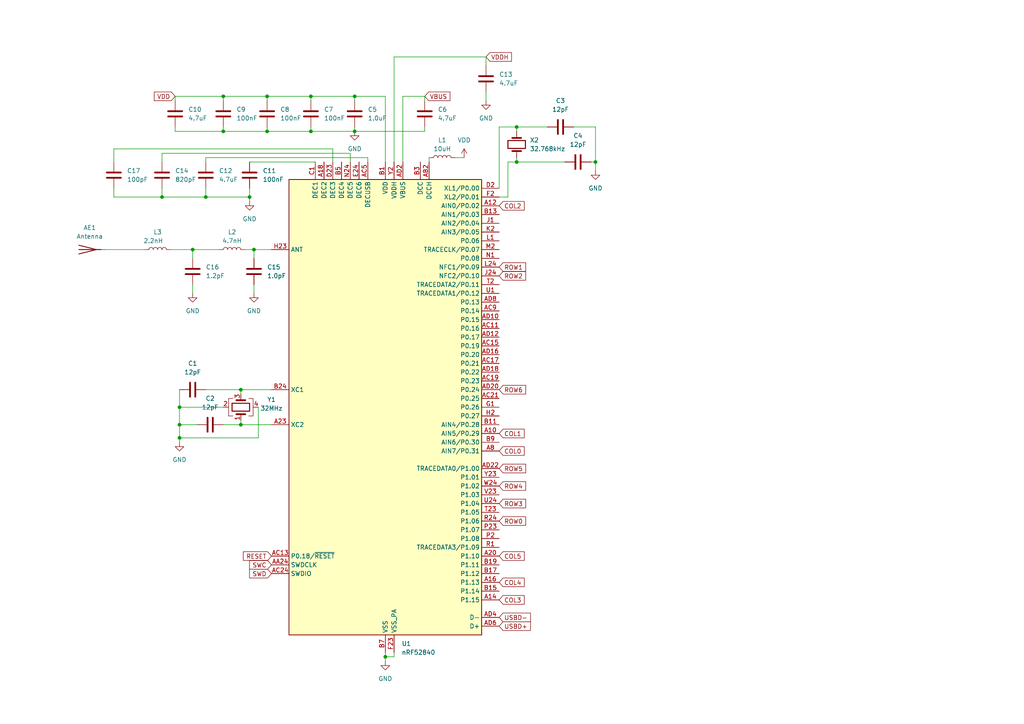
<source format=kicad_sch>
(kicad_sch (version 20230121) (generator eeschema)
  (paper "A4")
  (title_block (title "Controller") (date "2024-02-08") (rev "0"))
  (lib_symbols
    (symbol "Device:Antenna" (pin_numbers hide) (pin_names (offset 1.016) hide)
      (property "Reference" "AE" (at -1.905 1.905 0))
      (property "Value" "Antenna" (at -1.905 0 0))
      (symbol "Antenna_0_1"
        (polyline (pts (xy 0 2.54) (xy 0 -3.81)) (stroke (width 0.254)))
        (polyline (pts (xy 1.27 2.54) (xy 0 -2.54) (xy -1.27 2.54)) (stroke (width 0.254)))
      )
      (symbol "Antenna_1_1"
        (pin input line (at 0 -5.08 90) (length 2.54) (name "A") (number "1"))
      )
    )
    (symbol "Device:C" (pin_numbers hide) (pin_names (offset 0.254))
      (property "Reference" "C" (at 0.635 2.54 0))
      (property "Value" "C" (at 0.635 -2.54 0))
      (symbol "C_0_1"
        (polyline (pts (xy -2.032 -0.762) (xy 2.032 -0.762)) (stroke (width 0.508)))
        (polyline (pts (xy -2.032 0.762) (xy 2.032 0.762)) (stroke (width 0.508)))
      )
      (symbol "C_1_1"
        (pin passive line (at 0 3.81 270) (length 2.794) (name "~") (number "1"))
        (pin passive line (at 0 -3.81 90) (length 2.794) (name "~") (number "2"))
      )
    )
    (symbol "Device:Crystal" (pin_numbers hide) (pin_names (offset 1.016) hide)
      (property "Reference" "Y" (at 0 3.81 0))
      (property "Value" "Crystal" (at 0 -3.81 0))
      (symbol "Crystal_0_1"
        (rectangle (start -1.143 2.54) (end 1.143 -2.54) (stroke (width 0.3048)))
        (polyline (pts (xy -2.54 0) (xy -1.905 0)))
        (polyline (pts (xy -1.905 -1.27) (xy -1.905 1.27)) (stroke (width 0.508)))
        (polyline (pts (xy 1.905 -1.27) (xy 1.905 1.27)) (stroke (width 0.508)))
        (polyline (pts (xy 2.54 0) (xy 1.905 0)))
      )
      (symbol "Crystal_1_1"
        (pin passive line (at -3.81 0 0) (length 1.27) (name "1") (number "1"))
        (pin passive line (at 3.81 0 180) (length 1.27) (name "2") (number "2"))
      )
    )
    (symbol "Device:Crystal_GND24" (pin_names (offset 1.016) hide)
      (property "Reference" "Y" (at 3.175 5.08 0))
      (property "Value" "Crystal_GND24" (at 3.175 3.175 0))
      (symbol "Crystal_GND24_0_1"
        (rectangle (start -1.143 2.54) (end 1.143 -2.54) (stroke (width 0.3048)))
        (polyline (pts (xy -2.54 0) (xy -2.032 0)))
        (polyline (pts (xy -2.032 -1.27) (xy -2.032 1.27)) (stroke (width 0.508)))
        (polyline (pts (xy 0 -3.81) (xy 0 -3.556)))
        (polyline (pts (xy 0 3.556) (xy 0 3.81)))
        (polyline (pts (xy 2.032 -1.27) (xy 2.032 1.27)) (stroke (width 0.508)))
        (polyline (pts (xy 2.032 0) (xy 2.54 0)))
        (polyline (pts (xy -2.54 -2.286) (xy -2.54 -3.556) (xy 2.54 -3.556) (xy 2.54 -2.286)))
        (polyline (pts (xy -2.54 2.286) (xy -2.54 3.556) (xy 2.54 3.556) (xy 2.54 2.286)))
      )
      (symbol "Crystal_GND24_1_1"
        (pin passive line (at -3.81 0 0) (length 1.27) (name "1") (number "1"))
        (pin passive line (at 0 5.08 270) (length 1.27) (name "2") (number "2"))
        (pin passive line (at 3.81 0 180) (length 1.27) (name "3") (number "3"))
        (pin passive line (at 0 -5.08 90) (length 1.27) (name "4") (number "4"))
      )
    )
    (symbol "Device:L" (pin_numbers hide) (pin_names (offset 1.016) hide)
      (property "Reference" "L" (at -1.27 0 90))
      (property "Value" "L" (at 1.905 0 90))
      (symbol "L_0_1"
        (arc (start 0 -2.54) (mid 0.6323 -1.905) (end 0 -1.27))
        (arc (start 0 -1.27) (mid 0.6323 -0.635) (end 0 0))
        (arc (start 0 0) (mid 0.6323 0.635) (end 0 1.27))
        (arc (start 0 1.27) (mid 0.6323 1.905) (end 0 2.54))
      )
      (symbol "L_1_1"
        (pin passive line (at 0 3.81 270) (length 1.27) (name "1") (number "1"))
        (pin passive line (at 0 -3.81 90) (length 1.27) (name "2") (number "2"))
      )
    )
    (symbol "MCU_Nordic:nRF52840"
      (property "Reference" "U" (at 0 5.08 0))
      (property "Value" "nRF52840" (at 0 2.54 0))
      (symbol "nRF52840_0_1"
        (rectangle (start -27.94 66.04) (end 27.94 -66.04) (stroke (width 0.254)) (fill (type background)))
      )
      (symbol "nRF52840_1_1"
        (pin bidirectional line (at 33.02 -7.62 180) (length 5.08) (name "AIN5/P0.29") (number "A10"))
        (pin bidirectional line (at 33.02 58.42 180) (length 5.08) (name "AIN0/P0.02") (number "A12"))
        (pin bidirectional line (at 33.02 -55.88 180) (length 5.08) (name "P1.15") (number "A14"))
        (pin bidirectional line (at 33.02 -50.8 180) (length 5.08) (name "P1.13") (number "A16"))
        (pin passive line (at -17.78 71.12 270) (length 5.08) (name "DEC2") (number "A18"))
        (pin bidirectional line (at 33.02 -43.18 180) (length 5.08) (name "P1.10") (number "A20"))
        (pin passive line (at 0 71.12 270) (length 5.08) hide (name "VDD") (number "A22"))
        (pin input line (at -33.02 -5.08 0) (length 5.08) (name "XC2") (number "A23"))
        (pin bidirectional line (at 33.02 -12.7 180) (length 5.08) (name "AIN7/P0.31") (number "A8"))
        (pin input line (at -33.02 -45.72 0) (length 5.08) (name "SWDCLK") (number "AA24"))
        (pin power_out line (at 12.7 71.12 270) (length 5.08) (name "DCCH") (number "AB2"))
        (pin bidirectional line (at 33.02 22.86 180) (length 5.08) (name "P0.16") (number "AC11"))
        (pin bidirectional line (at -33.02 -43.18 0) (length 5.08) (name "P0.18/~{RESET}") (number "AC13"))
        (pin bidirectional line (at 33.02 17.78 180) (length 5.08) (name "P0.19") (number "AC15"))
        (pin bidirectional line (at 33.02 12.7 180) (length 5.08) (name "P0.21") (number "AC17"))
        (pin bidirectional line (at 33.02 7.62 180) (length 5.08) (name "P0.23") (number "AC19"))
        (pin bidirectional line (at 33.02 2.54 180) (length 5.08) (name "P0.25") (number "AC21"))
        (pin bidirectional line (at -33.02 -48.26 0) (length 5.08) (name "SWDIO") (number "AC24"))
        (pin passive line (at -5.08 71.12 270) (length 5.08) (name "DECUSB") (number "AC5"))
        (pin bidirectional line (at 33.02 27.94 180) (length 5.08) (name "P0.14") (number "AC9"))
        (pin bidirectional line (at 33.02 25.4 180) (length 5.08) (name "P0.15") (number "AD10"))
        (pin bidirectional line (at 33.02 20.32 180) (length 5.08) (name "P0.17") (number "AD12"))
        (pin passive line (at 0 71.12 270) (length 5.08) hide (name "VDD") (number "AD14"))
        (pin bidirectional line (at 33.02 15.24 180) (length 5.08) (name "P0.20") (number "AD16"))
        (pin bidirectional line (at 33.02 10.16 180) (length 5.08) (name "P0.22") (number "AD18"))
        (pin power_in line (at 5.08 71.12 270) (length 5.08) (name "VBUS") (number "AD2"))
        (pin bidirectional line (at 33.02 5.08 180) (length 5.08) (name "P0.24") (number "AD20"))
        (pin bidirectional line (at 33.02 -17.78 180) (length 5.08) (name "TRACEDATA0/P1.00") (number "AD22"))
        (pin passive line (at 0 71.12 270) (length 5.08) hide (name "VDD") (number "AD23"))
        (pin bidirectional line (at 33.02 -60.96 180) (length 5.08) (name "D-") (number "AD4"))
        (pin bidirectional line (at 33.02 -63.5 180) (length 5.08) (name "D+") (number "AD6"))
        (pin bidirectional line (at 33.02 30.48 180) (length 5.08) (name "P0.13") (number "AD8"))
        (pin power_in line (at 0 71.12 270) (length 5.08) (name "VDD") (number "B1"))
        (pin bidirectional line (at 33.02 -5.08 180) (length 5.08) (name "AIN4/P0.28") (number "B11"))
        (pin bidirectional line (at 33.02 55.88 180) (length 5.08) (name "AIN1/P0.03") (number "B13"))
        (pin bidirectional line (at 33.02 -53.34 180) (length 5.08) (name "P1.14") (number "B15"))
        (pin bidirectional line (at 33.02 -48.26 180) (length 5.08) (name "P1.12") (number "B17"))
        (pin bidirectional line (at 33.02 -45.72 180) (length 5.08) (name "P1.11") (number "B19"))
        (pin input line (at -33.02 5.08 0) (length 5.08) (name "XC1") (number "B24"))
        (pin power_out line (at 10.16 71.12 270) (length 5.08) (name "DCC") (number "B3"))
        (pin passive line (at -12.7 71.12 270) (length 5.08) (name "DEC4") (number "B5"))
        (pin power_in line (at 0 -71.12 90) (length 5.08) (name "VSS") (number "B7"))
        (pin bidirectional line (at 33.02 -10.16 180) (length 5.08) (name "AIN6/P0.30") (number "B9"))
        (pin passive line (at -20.32 71.12 270) (length 5.08) (name "DEC1") (number "C1"))
        (pin bidirectional line (at 33.02 63.5 180) (length 5.08) (name "XL1/P0.00") (number "D2"))
        (pin passive line (at -15.24 71.12 270) (length 5.08) (name "DEC3") (number "D23"))
        (pin passive line (at -7.62 71.12 270) (length 5.08) (name "DEC6") (number "E24"))
        (pin passive line (at 0 -71.12 90) (length 5.08) hide (name "VSS") (number "EP"))
        (pin bidirectional line (at 33.02 60.96 180) (length 5.08) (name "XL2/P0.01") (number "F2"))
        (pin power_in line (at 2.54 -71.12 90) (length 5.08) (name "VSS_PA") (number "F23"))
        (pin bidirectional line (at 33.02 0 180) (length 5.08) (name "P0.26") (number "G1"))
        (pin bidirectional line (at 33.02 -2.54 180) (length 5.08) (name "P0.27") (number "H2"))
        (pin passive line (at -33.02 45.72 0) (length 5.08) (name "ANT") (number "H23"))
        (pin bidirectional line (at 33.02 53.34 180) (length 5.08) (name "AIN2/P0.04") (number "J1"))
        (pin bidirectional line (at 33.02 38.1 180) (length 5.08) (name "NFC2/P0.10") (number "J24"))
        (pin bidirectional line (at 33.02 50.8 180) (length 5.08) (name "AIN3/P0.05") (number "K2"))
        (pin bidirectional line (at 33.02 48.26 180) (length 5.08) (name "P0.06") (number "L1"))
        (pin bidirectional line (at 33.02 40.64 180) (length 5.08) (name "NFC1/P0.09") (number "L24"))
        (pin bidirectional line (at 33.02 45.72 180) (length 5.08) (name "TRACECLK/P0.07") (number "M2"))
        (pin bidirectional line (at 33.02 43.18 180) (length 5.08) (name "P0.08") (number "N1"))
        (pin passive line (at -10.16 71.12 270) (length 5.08) (name "DEC5") (number "N24"))
        (pin bidirectional line (at 33.02 -38.1 180) (length 5.08) (name "P1.08") (number "P2"))
        (pin bidirectional line (at 33.02 -35.56 180) (length 5.08) (name "P1.07") (number "P23"))
        (pin bidirectional line (at 33.02 -40.64 180) (length 5.08) (name "TRACEDATA3/P1.09") (number "R1"))
        (pin bidirectional line (at 33.02 -33.02 180) (length 5.08) (name "P1.06") (number "R24"))
        (pin bidirectional line (at 33.02 35.56 180) (length 5.08) (name "TRACEDATA2/P0.11") (number "T2"))
        (pin bidirectional line (at 33.02 -30.48 180) (length 5.08) (name "P1.05") (number "T23"))
        (pin bidirectional line (at 33.02 33.02 180) (length 5.08) (name "TRACEDATA1/P0.12") (number "U1"))
        (pin bidirectional line (at 33.02 -27.94 180) (length 5.08) (name "P1.04") (number "U24"))
        (pin bidirectional line (at 33.02 -25.4 180) (length 5.08) (name "P1.03") (number "V23"))
        (pin passive line (at 0 71.12 270) (length 5.08) hide (name "VDD") (number "W1"))
        (pin bidirectional line (at 33.02 -22.86 180) (length 5.08) (name "P1.02") (number "W24"))
        (pin power_in line (at 2.54 71.12 270) (length 5.08) (name "VDDH") (number "Y2"))
        (pin bidirectional line (at 33.02 -20.32 180) (length 5.08) (name "P1.01") (number "Y23"))
      )
    )
    (symbol "power:GND" (power) (pin_names (offset 0))
      (property "Value" "GND" (at 0 -3.81 0))
      (symbol "GND_0_1"
        (polyline (pts (xy 0 0) (xy 0 -1.27) (xy 1.27 -1.27) (xy 0 -2.54) (xy -1.27 -1.27) (xy 0 -1.27)))
      )
      (symbol "GND_1_1"
        (pin power_in line (at 0 0 270) (length 0) hide (name "GND") (number "1"))
      )
    )
    (symbol "power:VDD" (power) (pin_names (offset 0))
      (property "Value" "VDD" (at 0 3.81 0))
      (symbol "VDD_0_1"
        (polyline (pts (xy -0.762 1.27) (xy 0 2.54)))
        (polyline (pts (xy 0 0) (xy 0 2.54)))
        (polyline (pts (xy 0 2.54) (xy 0.762 1.27)))
      )
      (symbol "VDD_1_1"
        (pin power_in line (at 0 0 90) (length 0) hide (name "VDD") (number "1"))
      )
    )
  )
  (junction (at 64.77 27.94))
  (junction (at 102.87 38.1))
  (junction (at 52.07 123.19))
  (junction (at 59.69 57.15))
  (junction (at 111.76 190.5))
  (junction (at 172.72 46.99))
  (junction (at 73.66 72.39))
  (junction (at 69.85 113.03))
  (junction (at 52.07 127))
  (junction (at 149.86 36.83))
  (junction (at 46.99 57.15))
  (junction (at 77.47 38.1))
  (junction (at 55.88 72.39))
  (junction (at 69.85 123.19))
  (junction (at 72.39 57.15))
  (junction (at 90.17 27.94))
  (junction (at 102.87 27.94))
  (junction (at 149.86 46.99))
  (junction (at 90.17 38.1))
  (junction (at 64.77 38.1))
  (junction (at 77.47 27.94))
  (junction (at 52.07 118.11))
  (wire (pts (xy 90.17 27.94) (xy 90.17 29.21)))
  (wire (pts (xy 96.52 46.99) (xy 96.52 43.18)))
  (wire (pts (xy 50.8 36.83) (xy 50.8 38.1)))
  (wire (pts (xy 59.69 57.15) (xy 72.39 57.15)))
  (wire (pts (xy 49.53 72.39) (xy 55.88 72.39)))
  (wire (pts (xy 69.85 113.03) (xy 78.74 113.03)))
  (wire (pts (xy 55.88 72.39) (xy 55.88 74.93)))
  (wire (pts (xy 102.87 38.1) (xy 102.87 36.83)))
  (wire (pts (xy 124.46 45.72) (xy 124.46 46.99)))
  (wire (pts (xy 149.86 45.72) (xy 149.86 46.99)))
  (wire (pts (xy 33.02 43.18) (xy 33.02 46.99)))
  (wire (pts (xy 144.78 54.61) (xy 144.78 36.83)))
  (wire (pts (xy 102.87 27.94) (xy 102.87 29.21)))
  (wire (pts (xy 91.44 46.99) (xy 72.39 46.99)))
  (wire (pts (xy 96.52 43.18) (xy 33.02 43.18)))
  (wire (pts (xy 50.8 29.21) (xy 50.8 27.94)))
  (wire (pts (xy 50.8 38.1) (xy 64.77 38.1)))
  (wire (pts (xy 111.76 189.23) (xy 111.76 190.5)))
  (wire (pts (xy 149.86 46.99) (xy 163.83 46.99)))
  (wire (pts (xy 64.77 27.94) (xy 77.47 27.94)))
  (wire (pts (xy 59.69 54.61) (xy 59.69 57.15)))
  (wire (pts (xy 114.3 46.99) (xy 114.3 16.51)))
  (wire (pts (xy 111.76 27.94) (xy 111.76 46.99)))
  (wire (pts (xy 30.48 72.39) (xy 41.91 72.39)))
  (wire (pts (xy 90.17 27.94) (xy 102.87 27.94)))
  (wire (pts (xy 77.47 36.83) (xy 77.47 38.1)))
  (wire (pts (xy 123.19 38.1) (xy 123.19 36.83)))
  (wire (pts (xy 52.07 118.11) (xy 52.07 123.19)))
  (wire (pts (xy 52.07 118.11) (xy 64.77 118.11)))
  (wire (pts (xy 101.6 46.99) (xy 101.6 44.45)))
  (wire (pts (xy 102.87 38.1) (xy 123.19 38.1)))
  (wire (pts (xy 111.76 190.5) (xy 111.76 191.77)))
  (wire (pts (xy 59.69 45.72) (xy 59.69 46.99)))
  (wire (pts (xy 77.47 27.94) (xy 77.47 29.21)))
  (wire (pts (xy 55.88 72.39) (xy 63.5 72.39)))
  (wire (pts (xy 140.97 26.67) (xy 140.97 29.21)))
  (wire (pts (xy 90.17 38.1) (xy 102.87 38.1)))
  (wire (pts (xy 74.93 127) (xy 74.93 118.11)))
  (wire (pts (xy 64.77 36.83) (xy 64.77 38.1)))
  (wire (pts (xy 33.02 57.15) (xy 46.99 57.15)))
  (wire (pts (xy 144.78 36.83) (xy 149.86 36.83)))
  (wire (pts (xy 73.66 82.55) (xy 73.66 85.09)))
  (wire (pts (xy 123.19 27.94) (xy 123.19 29.21)))
  (wire (pts (xy 46.99 54.61) (xy 46.99 57.15)))
  (wire (pts (xy 172.72 46.99) (xy 172.72 49.53)))
  (wire (pts (xy 106.68 45.72) (xy 59.69 45.72)))
  (wire (pts (xy 172.72 36.83) (xy 172.72 46.99)))
  (wire (pts (xy 46.99 57.15) (xy 59.69 57.15)))
  (wire (pts (xy 147.32 57.15) (xy 147.32 46.99)))
  (wire (pts (xy 77.47 27.94) (xy 90.17 27.94)))
  (wire (pts (xy 114.3 190.5) (xy 111.76 190.5)))
  (wire (pts (xy 52.07 127) (xy 74.93 127)))
  (wire (pts (xy 46.99 44.45) (xy 46.99 46.99)))
  (wire (pts (xy 73.66 72.39) (xy 73.66 74.93)))
  (wire (pts (xy 69.85 113.03) (xy 69.85 114.3)))
  (wire (pts (xy 171.45 46.99) (xy 172.72 46.99)))
  (wire (pts (xy 166.37 36.83) (xy 172.72 36.83)))
  (wire (pts (xy 52.07 123.19) (xy 52.07 127)))
  (wire (pts (xy 64.77 123.19) (xy 69.85 123.19)))
  (wire (pts (xy 77.47 38.1) (xy 90.17 38.1)))
  (wire (pts (xy 52.07 123.19) (xy 57.15 123.19)))
  (wire (pts (xy 71.12 72.39) (xy 73.66 72.39)))
  (wire (pts (xy 144.78 57.15) (xy 147.32 57.15)))
  (wire (pts (xy 149.86 36.83) (xy 158.75 36.83)))
  (wire (pts (xy 147.32 46.99) (xy 149.86 46.99)))
  (wire (pts (xy 73.66 72.39) (xy 78.74 72.39)))
  (wire (pts (xy 50.8 27.94) (xy 64.77 27.94)))
  (wire (pts (xy 64.77 29.21) (xy 64.77 27.94)))
  (wire (pts (xy 149.86 36.83) (xy 149.86 38.1)))
  (wire (pts (xy 55.88 82.55) (xy 55.88 85.09)))
  (wire (pts (xy 114.3 16.51) (xy 140.97 16.51)))
  (wire (pts (xy 140.97 16.51) (xy 140.97 19.05)))
  (wire (pts (xy 102.87 27.94) (xy 111.76 27.94)))
  (wire (pts (xy 52.07 113.03) (xy 52.07 118.11)))
  (wire (pts (xy 33.02 54.61) (xy 33.02 57.15)))
  (wire (pts (xy 90.17 36.83) (xy 90.17 38.1)))
  (wire (pts (xy 123.19 27.94) (xy 116.84 27.94)))
  (wire (pts (xy 72.39 57.15) (xy 72.39 58.42)))
  (wire (pts (xy 101.6 44.45) (xy 46.99 44.45)))
  (wire (pts (xy 114.3 189.23) (xy 114.3 190.5)))
  (wire (pts (xy 59.69 113.03) (xy 69.85 113.03)))
  (wire (pts (xy 116.84 27.94) (xy 116.84 46.99)))
  (wire (pts (xy 132.08 45.72) (xy 134.62 45.72)))
  (wire (pts (xy 72.39 54.61) (xy 72.39 57.15)))
  (wire (pts (xy 106.68 46.99) (xy 106.68 45.72)))
  (wire (pts (xy 69.85 123.19) (xy 78.74 123.19)))
  (wire (pts (xy 64.77 38.1) (xy 77.47 38.1)))
  (wire (pts (xy 52.07 127) (xy 52.07 128.27)))
  (wire (pts (xy 69.85 121.92) (xy 69.85 123.19)))
  (global_label "SWC" (shape input) (at 78.74 163.83 180) (property "Intersheetrefs" "${INTERSHEET_REFS}" (effects hide)))
  (global_label "COL0" (shape input) (at 144.78 130.81 0) (property "Intersheetrefs" "${INTERSHEET_REFS}" (effects hide)))
  (global_label "USBD-" (shape input) (at 144.78 179.07 0) (property "Intersheetrefs" "${INTERSHEET_REFS}" (effects hide)))
  (global_label "VDDH" (shape input) (at 140.97 16.51 0) (property "Intersheetrefs" "${INTERSHEET_REFS}" (effects hide)))
  (global_label "ROW3" (shape input) (at 144.78 146.05 0) (property "Intersheetrefs" "${INTERSHEET_REFS}" (effects hide)))
  (global_label "RESET" (shape input) (at 78.74 161.29 180) (property "Intersheetrefs" "${INTERSHEET_REFS}" (effects hide)))
  (global_label "VBUS" (shape input) (at 123.19 27.94 0) (property "Intersheetrefs" "${INTERSHEET_REFS}" (effects hide)))
  (global_label "USBD+" (shape input) (at 144.78 181.61 0) (property "Intersheetrefs" "${INTERSHEET_REFS}" (effects hide)))
  (global_label "ROW4" (shape input) (at 144.78 140.97 0) (property "Intersheetrefs" "${INTERSHEET_REFS}" (effects hide)))
  (global_label "ROW0" (shape input) (at 144.78 151.13 0) (property "Intersheetrefs" "${INTERSHEET_REFS}" (effects hide)))
  (global_label "ROW6" (shape input) (at 144.78 113.03 0) (property "Intersheetrefs" "${INTERSHEET_REFS}" (effects hide)))
  (global_label "ROW1" (shape input) (at 144.78 77.47 0) (property "Intersheetrefs" "${INTERSHEET_REFS}" (effects hide)))
  (global_label "COL3" (shape input) (at 144.78 173.99 0) (property "Intersheetrefs" "${INTERSHEET_REFS}" (effects hide)))
  (global_label "COL2" (shape input) (at 144.78 59.69 0) (property "Intersheetrefs" "${INTERSHEET_REFS}" (effects hide)))
  (global_label "COL5" (shape input) (at 144.78 161.29 0) (property "Intersheetrefs" "${INTERSHEET_REFS}" (effects hide)))
  (global_label "ROW2" (shape input) (at 144.78 80.01 0) (property "Intersheetrefs" "${INTERSHEET_REFS}" (effects hide)))
  (global_label "VDD" (shape input) (at 50.8 27.94 180) (property "Intersheetrefs" "${INTERSHEET_REFS}" (effects hide)))
  (global_label "COL4" (shape input) (at 144.78 168.91 0) (property "Intersheetrefs" "${INTERSHEET_REFS}" (effects hide)))
  (global_label "SWD" (shape input) (at 78.74 166.37 180) (property "Intersheetrefs" "${INTERSHEET_REFS}" (effects hide)))
  (global_label "ROW5" (shape input) (at 144.78 135.89 0) (property "Intersheetrefs" "${INTERSHEET_REFS}" (effects hide)))
  (global_label "COL1" (shape input) (at 144.78 125.73 0) (property "Intersheetrefs" "${INTERSHEET_REFS}" (effects hide)))
  (symbol (lib_id "Device:C") (at 33.02 50.8 0) (unit 1)
    (property "Reference" "C17" (at 36.83 49.53 0) (effects (justify left)))
    (property "Value" "100pF" (at 36.83 52.07 0) (effects (justify left)))
    (property "Footprint" "Capacitor_SMD:C_0603_1608Metric" (effects hide))
  )
  (symbol (lib_id "Device:Antenna") (at 25.4 72.39 90) (unit 1)
    (property "Reference" "AE1" (at 26.035 66.04 90))
    (property "Value" "Antenna" (at 26.035 68.58 90))
    (property "Footprint" "RF_Antenna:Texas_SWRA117D_2.4GHz_Left" (effects hide))
  )
  (symbol (lib_id "Device:Crystal_GND24") (at 69.85 118.11 90) (unit 1)
    (property "Reference" "Y1" (at 78.74 115.8941 90))
    (property "Value" "32MHz" (at 78.74 118.4341 90))
    (property "Footprint" "Crystal:Crystal_SMD_2016-4Pin_2.0x1.6mm" (effects hide))
    (property "LCSC" "C2965582" (effects hide))
  )
  (symbol (lib_id "Device:C") (at 59.69 50.8 0) (unit 1)
    (property "Reference" "C12" (at 63.5 49.53 0) (effects (justify left)))
    (property "Value" "4.7uF" (at 63.5 52.07 0) (effects (justify left)))
    (property "Footprint" "Capacitor_SMD:C_0603_1608Metric" (effects hide))
  )
  (symbol (lib_id "Device:C") (at 55.88 78.74 0) (unit 1)
    (property "Reference" "C16" (at 59.69 77.47 0) (effects (justify left)))
    (property "Value" "1.2pF" (at 59.69 80.01 0) (effects (justify left)))
    (property "Footprint" "Capacitor_SMD:C_0603_1608Metric" (effects hide))
  )
  (symbol (lib_id "power:GND") (at 111.76 191.77 0) (unit 1)
    (property "Reference" "#PWR01" (effects hide))
    (property "Value" "GND" (at 111.76 196.85 0))
  )
  (symbol (lib_id "Device:C") (at 46.99 50.8 0) (unit 1)
    (property "Reference" "C14" (at 50.8 49.53 0) (effects (justify left)))
    (property "Value" "820pF" (at 50.8 52.07 0) (effects (justify left)))
    (property "Footprint" "Capacitor_SMD:C_0603_1608Metric" (effects hide))
  )
  (symbol (lib_id "Device:C") (at 50.8 33.02 0) (unit 1)
    (property "Reference" "C10" (at 54.61 31.75 0) (effects (justify left)))
    (property "Value" "4.7uF" (at 54.61 34.29 0) (effects (justify left)))
    (property "Footprint" "Capacitor_SMD:C_0603_1608Metric" (effects hide))
  )
  (symbol (lib_id "power:GND") (at 55.88 85.09 0) (unit 1)
    (property "Reference" "#PWR010" (effects hide))
    (property "Value" "GND" (at 55.88 90.17 0))
  )
  (symbol (lib_id "power:GND") (at 102.87 38.1 0) (unit 1)
    (property "Reference" "#PWR06" (effects hide))
    (property "Value" "GND" (at 102.87 43.18 0))
  )
  (symbol (lib_id "Device:C") (at 90.17 33.02 0) (unit 1)
    (property "Reference" "C7" (at 93.98 31.75 0) (effects (justify left)))
    (property "Value" "100nF" (at 93.98 34.29 0) (effects (justify left)))
    (property "Footprint" "Capacitor_SMD:C_0603_1608Metric" (effects hide))
  )
  (symbol (lib_id "Device:Crystal") (at 149.86 41.91 90) (unit 1)
    (property "Reference" "X2" (at 153.67 40.64 90) (effects (justify right)))
    (property "Value" "32.768kHz" (at 153.67 43.18 90) (effects (justify right)))
    (property "Footprint" "Crystal:Crystal_SMD_0603-2Pin_6.0x3.5mm" (effects hide))
    (property "LCSC" "C182057" (effects hide))
  )
  (symbol (lib_id "power:GND") (at 52.07 128.27 0) (unit 1)
    (property "Reference" "#PWR03" (effects hide))
    (property "Value" "GND" (at 52.07 133.35 0))
  )
  (symbol (lib_id "Device:L") (at 45.72 72.39 90) (unit 1)
    (property "Reference" "L3" (at 45.72 67.31 90))
    (property "Value" "2.2nH" (at 44.45 69.85 90))
    (property "Footprint" "Inductor_SMD:L_0603_1608Metric" (effects hide))
  )
  (symbol (lib_id "power:GND") (at 73.66 85.09 0) (unit 1)
    (property "Reference" "#PWR011" (effects hide))
    (property "Value" "GND" (at 73.66 90.17 0))
  )
  (symbol (lib_id "Device:C") (at 162.56 36.83 90) (unit 1)
    (property "Reference" "C3" (at 162.56 29.21 90))
    (property "Value" "12pF" (at 162.56 31.75 90))
    (property "Footprint" "Capacitor_SMD:C_0603_1608Metric" (effects hide))
  )
  (symbol (lib_id "Device:L") (at 67.31 72.39 90) (unit 1)
    (property "Reference" "L2" (at 67.31 67.31 90))
    (property "Value" "4.7nH" (at 67.31 69.85 90))
    (property "Footprint" "Inductor_SMD:L_0603_1608Metric" (effects hide))
  )
  (symbol (lib_id "Device:L") (at 128.27 45.72 90) (unit 1)
    (property "Reference" "L1" (at 128.27 40.64 90))
    (property "Value" "10uH" (at 128.27 43.18 90))
    (property "Footprint" "Inductor_SMD:L_0603_1608Metric" (effects hide))
  )
  (symbol (lib_id "Device:C") (at 55.88 113.03 90) (unit 1)
    (property "Reference" "C1" (at 55.88 105.41 90))
    (property "Value" "12pF" (at 55.88 107.95 90))
    (property "Footprint" "Capacitor_SMD:C_0603_1608Metric" (effects hide))
  )
  (symbol (lib_id "power:GND") (at 72.39 58.42 0) (unit 1)
    (property "Reference" "#PWR08" (effects hide))
    (property "Value" "GND" (at 72.39 63.5 0))
  )
  (symbol (lib_id "Device:C") (at 64.77 33.02 0) (unit 1)
    (property "Reference" "C9" (at 68.58 31.75 0) (effects (justify left)))
    (property "Value" "100nF" (at 68.58 34.29 0) (effects (justify left)))
    (property "Footprint" "Capacitor_SMD:C_0603_1608Metric" (effects hide))
  )
  (symbol (lib_id "Device:C") (at 60.96 123.19 90) (unit 1)
    (property "Reference" "C2" (at 60.96 115.57 90))
    (property "Value" "12pF" (at 60.96 118.11 90))
    (property "Footprint" "Capacitor_SMD:C_0603_1608Metric" (effects hide))
  )
  (symbol (lib_id "MCU_Nordic:nRF52840") (at 111.76 118.11 0) (unit 1)
    (property "Reference" "U1" (at 116.4941 186.69 0) (effects (justify left)))
    (property "Value" "nRF52840" (at 116.4941 189.23 0) (effects (justify left)))
    (property "Footprint" "Package_DFN_QFN:Nordic_AQFN-73-1EP_7x7mm_P0.5mm" (effects hide))
    (property "Datasheet" "http://infocenter.nordicsemi.com/topic/com.nordic.infocenter.nrf52/dita/nrf52/chips/nrf52840.html" (effects hide))
  )
  (symbol (lib_id "power:GND") (at 172.72 49.53 0) (unit 1)
    (property "Reference" "#PWR04" (effects hide))
    (property "Value" "GND" (at 172.72 54.61 0))
  )
  (symbol (lib_id "Device:C") (at 123.19 33.02 0) (unit 1)
    (property "Reference" "C6" (at 127 31.75 0) (effects (justify left)))
    (property "Value" "4.7uF" (at 127 34.29 0) (effects (justify left)))
    (property "Footprint" "Capacitor_SMD:C_0603_1608Metric" (effects hide))
  )
  (symbol (lib_id "Device:C") (at 73.66 78.74 0) (unit 1)
    (property "Reference" "C15" (at 77.47 77.47 0) (effects (justify left)))
    (property "Value" "1.0pF" (at 77.47 80.01 0) (effects (justify left)))
    (property "Footprint" "Capacitor_SMD:C_0603_1608Metric" (effects hide))
  )
  (symbol (lib_id "power:GND") (at 140.97 29.21 0) (unit 1)
    (property "Reference" "#PWR09" (effects hide))
    (property "Value" "GND" (at 140.97 34.29 0))
  )
  (symbol (lib_id "Device:C") (at 167.64 46.99 90) (unit 1)
    (property "Reference" "C4" (at 167.64 39.37 90))
    (property "Value" "12pF" (at 167.64 41.91 90))
    (property "Footprint" "Capacitor_SMD:C_0603_1608Metric" (effects hide))
  )
  (symbol (lib_id "Device:C") (at 72.39 50.8 0) (unit 1)
    (property "Reference" "C11" (at 76.2 49.53 0) (effects (justify left)))
    (property "Value" "100nF" (at 76.2 52.07 0) (effects (justify left)))
    (property "Footprint" "Capacitor_SMD:C_0603_1608Metric" (effects hide))
  )
  (symbol (lib_id "Device:C") (at 102.87 33.02 0) (unit 1)
    (property "Reference" "C5" (at 106.68 31.75 0) (effects (justify left)))
    (property "Value" "1.0uF" (at 106.68 34.29 0) (effects (justify left)))
    (property "Footprint" "Capacitor_SMD:C_0603_1608Metric" (effects hide))
  )
  (symbol (lib_id "Device:C") (at 140.97 22.86 0) (unit 1)
    (property "Reference" "C13" (at 144.78 21.59 0) (effects (justify left)))
    (property "Value" "4.7uF" (at 144.78 24.13 0) (effects (justify left)))
    (property "Footprint" "Capacitor_SMD:C_0603_1608Metric" (effects hide))
  )
  (symbol (lib_id "power:VDD") (at 134.62 45.72 0) (unit 1)
    (property "Reference" "#PWR07" (effects hide))
    (property "Value" "VDD" (at 134.62 40.64 0))
  )
  (symbol (lib_id "Device:C") (at 77.47 33.02 0) (unit 1)
    (property "Reference" "C8" (at 81.28 31.75 0) (effects (justify left)))
    (property "Value" "100nF" (at 81.28 34.29 0) (effects (justify left)))
    (property "Footprint" "Capacitor_SMD:C_0603_1608Metric" (effects hide))
  )
)
</source>
